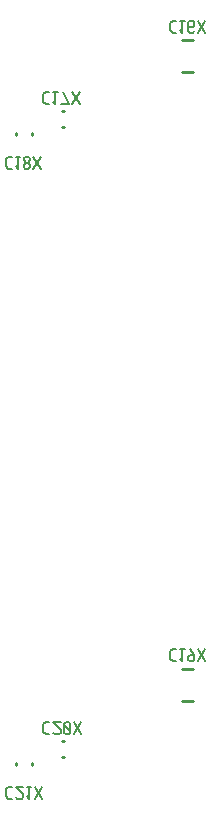
<source format=gbr>
G04 start of page 9 for group -4078 idx -4078 *
G04 Title: (unknown), bottomsilk *
G04 Creator: pcb 20140316 *
G04 CreationDate: Mon 02 Nov 2015 06:26:01 PM GMT UTC *
G04 For: ndholmes *
G04 Format: Gerber/RS-274X *
G04 PCB-Dimensions (mil): 3900.00 3900.00 *
G04 PCB-Coordinate-Origin: lower left *
%MOIN*%
%FSLAX25Y25*%
%LNBOTTOMSILK*%
%ADD133C,0.0060*%
%ADD132C,0.0100*%
G54D132*X268745Y278393D02*Y277607D01*
X274255Y278393D02*Y277607D01*
X324032Y309314D02*X327968D01*
X324032Y298686D02*X327968D01*
X284107Y285755D02*X284893D01*
X284107Y280245D02*X284893D01*
X324032Y99814D02*X327968D01*
X324032Y89186D02*X327968D01*
X284107Y75755D02*X284893D01*
X284107Y70245D02*X284893D01*
X268745Y68393D02*Y67607D01*
X274255Y68393D02*Y67607D01*
G54D133*X321050Y106350D02*X322350D01*
X320350Y105650D02*X321050Y106350D01*
X320350Y103050D02*Y105650D01*
Y103050D02*X321050Y102350D01*
X322350D01*
X323550Y103150D02*X324350Y102350D01*
Y106350D01*
X323550D02*X325050D01*
X326750D02*X328250Y104350D01*
Y102850D02*Y104350D01*
X327750Y102350D02*X328250Y102850D01*
X326750Y102350D02*X327750D01*
X326250Y102850D02*X326750Y102350D01*
X326250Y102850D02*Y103850D01*
X326750Y104350D01*
X328250D01*
X329450Y106350D02*X331950Y102350D01*
X329450D02*X331950Y106350D01*
X266200Y60500D02*X267500D01*
X265500Y59800D02*X266200Y60500D01*
X265500Y57200D02*Y59800D01*
Y57200D02*X266200Y56500D01*
X267500D01*
X268700Y57000D02*X269200Y56500D01*
X270700D01*
X271200Y57000D01*
Y58000D01*
X268700Y60500D02*X271200Y58000D01*
X268700Y60500D02*X271200D01*
X272400Y57300D02*X273200Y56500D01*
Y60500D01*
X272400D02*X273900D01*
X275100D02*X277600Y56500D01*
X275100D02*X277600Y60500D01*
X278700Y82000D02*X280000D01*
X278000Y81300D02*X278700Y82000D01*
X278000Y78700D02*Y81300D01*
Y78700D02*X278700Y78000D01*
X280000D01*
X281200Y78500D02*X281700Y78000D01*
X283200D01*
X283700Y78500D01*
Y79500D01*
X281200Y82000D02*X283700Y79500D01*
X281200Y82000D02*X283700D01*
X284900Y81500D02*X285400Y82000D01*
X284900Y78500D02*Y81500D01*
Y78500D02*X285400Y78000D01*
X286400D01*
X286900Y78500D01*
Y81500D01*
X286400Y82000D02*X286900Y81500D01*
X285400Y82000D02*X286400D01*
X284900Y81000D02*X286900Y79000D01*
X288100Y82000D02*X290600Y78000D01*
X288100D02*X290600Y82000D01*
X321050Y315850D02*X322350D01*
X320350Y315150D02*X321050Y315850D01*
X320350Y312550D02*Y315150D01*
Y312550D02*X321050Y311850D01*
X322350D01*
X323550Y312650D02*X324350Y311850D01*
Y315850D01*
X323550D02*X325050D01*
X327750Y311850D02*X328250Y312350D01*
X326750Y311850D02*X327750D01*
X326250Y312350D02*X326750Y311850D01*
X326250Y312350D02*Y315350D01*
X326750Y315850D01*
X327750Y313650D02*X328250Y314150D01*
X326250Y313650D02*X327750D01*
X326750Y315850D02*X327750D01*
X328250Y315350D01*
Y314150D02*Y315350D01*
X329450Y315850D02*X331950Y311850D01*
X329450D02*X331950Y315850D01*
X278700Y292000D02*X280000D01*
X278000Y291300D02*X278700Y292000D01*
X278000Y288700D02*Y291300D01*
Y288700D02*X278700Y288000D01*
X280000D01*
X281200Y288800D02*X282000Y288000D01*
Y292000D01*
X281200D02*X282700D01*
X284400D02*X286400Y288000D01*
X283900D02*X286400D01*
X287600Y292000D02*X290100Y288000D01*
X287600D02*X290100Y292000D01*
X266200Y270500D02*X267500D01*
X265500Y269800D02*X266200Y270500D01*
X265500Y267200D02*Y269800D01*
Y267200D02*X266200Y266500D01*
X267500D01*
X268700Y267300D02*X269500Y266500D01*
Y270500D01*
X268700D02*X270200D01*
X271400Y270000D02*X271900Y270500D01*
X271400Y269200D02*Y270000D01*
Y269200D02*X272100Y268500D01*
X272700D01*
X273400Y269200D01*
Y270000D01*
X272900Y270500D02*X273400Y270000D01*
X271900Y270500D02*X272900D01*
X271400Y267800D02*X272100Y268500D01*
X271400Y267000D02*Y267800D01*
Y267000D02*X271900Y266500D01*
X272900D01*
X273400Y267000D01*
Y267800D01*
X272700Y268500D02*X273400Y267800D01*
X274600Y270500D02*X277100Y266500D01*
X274600D02*X277100Y270500D01*
M02*

</source>
